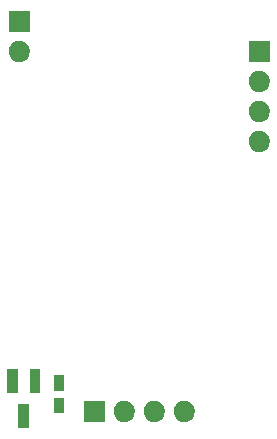
<source format=gts>
G04 #@! TF.GenerationSoftware,KiCad,Pcbnew,5.1.5-52549c5~84~ubuntu18.04.1*
G04 #@! TF.CreationDate,2020-02-14T16:30:54+05:30*
G04 #@! TF.ProjectId,SenseEle_GPS_adapter,53656e73-6545-46c6-955f-4750535f6164,rev?*
G04 #@! TF.SameCoordinates,Original*
G04 #@! TF.FileFunction,Soldermask,Top*
G04 #@! TF.FilePolarity,Negative*
%FSLAX46Y46*%
G04 Gerber Fmt 4.6, Leading zero omitted, Abs format (unit mm)*
G04 Created by KiCad (PCBNEW 5.1.5-52549c5~84~ubuntu18.04.1) date 2020-02-14 16:30:54*
%MOMM*%
%LPD*%
G04 APERTURE LIST*
%ADD10C,0.100000*%
G04 APERTURE END LIST*
D10*
G36*
X141801000Y-115701000D02*
G01*
X140899000Y-115701000D01*
X140899000Y-113699000D01*
X141801000Y-113699000D01*
X141801000Y-115701000D01*
G37*
G36*
X155053512Y-113403927D02*
G01*
X155202812Y-113433624D01*
X155366784Y-113501544D01*
X155514354Y-113600147D01*
X155639853Y-113725646D01*
X155738456Y-113873216D01*
X155806376Y-114037188D01*
X155841000Y-114211259D01*
X155841000Y-114388741D01*
X155806376Y-114562812D01*
X155738456Y-114726784D01*
X155639853Y-114874354D01*
X155514354Y-114999853D01*
X155366784Y-115098456D01*
X155202812Y-115166376D01*
X155053512Y-115196073D01*
X155028742Y-115201000D01*
X154851258Y-115201000D01*
X154826488Y-115196073D01*
X154677188Y-115166376D01*
X154513216Y-115098456D01*
X154365646Y-114999853D01*
X154240147Y-114874354D01*
X154141544Y-114726784D01*
X154073624Y-114562812D01*
X154039000Y-114388741D01*
X154039000Y-114211259D01*
X154073624Y-114037188D01*
X154141544Y-113873216D01*
X154240147Y-113725646D01*
X154365646Y-113600147D01*
X154513216Y-113501544D01*
X154677188Y-113433624D01*
X154826488Y-113403927D01*
X154851258Y-113399000D01*
X155028742Y-113399000D01*
X155053512Y-113403927D01*
G37*
G36*
X152513512Y-113403927D02*
G01*
X152662812Y-113433624D01*
X152826784Y-113501544D01*
X152974354Y-113600147D01*
X153099853Y-113725646D01*
X153198456Y-113873216D01*
X153266376Y-114037188D01*
X153301000Y-114211259D01*
X153301000Y-114388741D01*
X153266376Y-114562812D01*
X153198456Y-114726784D01*
X153099853Y-114874354D01*
X152974354Y-114999853D01*
X152826784Y-115098456D01*
X152662812Y-115166376D01*
X152513512Y-115196073D01*
X152488742Y-115201000D01*
X152311258Y-115201000D01*
X152286488Y-115196073D01*
X152137188Y-115166376D01*
X151973216Y-115098456D01*
X151825646Y-114999853D01*
X151700147Y-114874354D01*
X151601544Y-114726784D01*
X151533624Y-114562812D01*
X151499000Y-114388741D01*
X151499000Y-114211259D01*
X151533624Y-114037188D01*
X151601544Y-113873216D01*
X151700147Y-113725646D01*
X151825646Y-113600147D01*
X151973216Y-113501544D01*
X152137188Y-113433624D01*
X152286488Y-113403927D01*
X152311258Y-113399000D01*
X152488742Y-113399000D01*
X152513512Y-113403927D01*
G37*
G36*
X149973512Y-113403927D02*
G01*
X150122812Y-113433624D01*
X150286784Y-113501544D01*
X150434354Y-113600147D01*
X150559853Y-113725646D01*
X150658456Y-113873216D01*
X150726376Y-114037188D01*
X150761000Y-114211259D01*
X150761000Y-114388741D01*
X150726376Y-114562812D01*
X150658456Y-114726784D01*
X150559853Y-114874354D01*
X150434354Y-114999853D01*
X150286784Y-115098456D01*
X150122812Y-115166376D01*
X149973512Y-115196073D01*
X149948742Y-115201000D01*
X149771258Y-115201000D01*
X149746488Y-115196073D01*
X149597188Y-115166376D01*
X149433216Y-115098456D01*
X149285646Y-114999853D01*
X149160147Y-114874354D01*
X149061544Y-114726784D01*
X148993624Y-114562812D01*
X148959000Y-114388741D01*
X148959000Y-114211259D01*
X148993624Y-114037188D01*
X149061544Y-113873216D01*
X149160147Y-113725646D01*
X149285646Y-113600147D01*
X149433216Y-113501544D01*
X149597188Y-113433624D01*
X149746488Y-113403927D01*
X149771258Y-113399000D01*
X149948742Y-113399000D01*
X149973512Y-113403927D01*
G37*
G36*
X148221000Y-115201000D02*
G01*
X146419000Y-115201000D01*
X146419000Y-113399000D01*
X148221000Y-113399000D01*
X148221000Y-115201000D01*
G37*
G36*
X144726000Y-114451000D02*
G01*
X143874000Y-114451000D01*
X143874000Y-113149000D01*
X144726000Y-113149000D01*
X144726000Y-114451000D01*
G37*
G36*
X142751000Y-112701000D02*
G01*
X141849000Y-112701000D01*
X141849000Y-110699000D01*
X142751000Y-110699000D01*
X142751000Y-112701000D01*
G37*
G36*
X140851000Y-112701000D02*
G01*
X139949000Y-112701000D01*
X139949000Y-110699000D01*
X140851000Y-110699000D01*
X140851000Y-112701000D01*
G37*
G36*
X144726000Y-112551000D02*
G01*
X143874000Y-112551000D01*
X143874000Y-111249000D01*
X144726000Y-111249000D01*
X144726000Y-112551000D01*
G37*
G36*
X161403512Y-90543927D02*
G01*
X161552812Y-90573624D01*
X161716784Y-90641544D01*
X161864354Y-90740147D01*
X161989853Y-90865646D01*
X162088456Y-91013216D01*
X162156376Y-91177188D01*
X162191000Y-91351259D01*
X162191000Y-91528741D01*
X162156376Y-91702812D01*
X162088456Y-91866784D01*
X161989853Y-92014354D01*
X161864354Y-92139853D01*
X161716784Y-92238456D01*
X161552812Y-92306376D01*
X161403512Y-92336073D01*
X161378742Y-92341000D01*
X161201258Y-92341000D01*
X161176488Y-92336073D01*
X161027188Y-92306376D01*
X160863216Y-92238456D01*
X160715646Y-92139853D01*
X160590147Y-92014354D01*
X160491544Y-91866784D01*
X160423624Y-91702812D01*
X160389000Y-91528741D01*
X160389000Y-91351259D01*
X160423624Y-91177188D01*
X160491544Y-91013216D01*
X160590147Y-90865646D01*
X160715646Y-90740147D01*
X160863216Y-90641544D01*
X161027188Y-90573624D01*
X161176488Y-90543927D01*
X161201258Y-90539000D01*
X161378742Y-90539000D01*
X161403512Y-90543927D01*
G37*
G36*
X161403512Y-88003927D02*
G01*
X161552812Y-88033624D01*
X161716784Y-88101544D01*
X161864354Y-88200147D01*
X161989853Y-88325646D01*
X162088456Y-88473216D01*
X162156376Y-88637188D01*
X162191000Y-88811259D01*
X162191000Y-88988741D01*
X162156376Y-89162812D01*
X162088456Y-89326784D01*
X161989853Y-89474354D01*
X161864354Y-89599853D01*
X161716784Y-89698456D01*
X161552812Y-89766376D01*
X161403512Y-89796073D01*
X161378742Y-89801000D01*
X161201258Y-89801000D01*
X161176488Y-89796073D01*
X161027188Y-89766376D01*
X160863216Y-89698456D01*
X160715646Y-89599853D01*
X160590147Y-89474354D01*
X160491544Y-89326784D01*
X160423624Y-89162812D01*
X160389000Y-88988741D01*
X160389000Y-88811259D01*
X160423624Y-88637188D01*
X160491544Y-88473216D01*
X160590147Y-88325646D01*
X160715646Y-88200147D01*
X160863216Y-88101544D01*
X161027188Y-88033624D01*
X161176488Y-88003927D01*
X161201258Y-87999000D01*
X161378742Y-87999000D01*
X161403512Y-88003927D01*
G37*
G36*
X161403512Y-85463927D02*
G01*
X161552812Y-85493624D01*
X161716784Y-85561544D01*
X161864354Y-85660147D01*
X161989853Y-85785646D01*
X162088456Y-85933216D01*
X162156376Y-86097188D01*
X162191000Y-86271259D01*
X162191000Y-86448741D01*
X162156376Y-86622812D01*
X162088456Y-86786784D01*
X161989853Y-86934354D01*
X161864354Y-87059853D01*
X161716784Y-87158456D01*
X161552812Y-87226376D01*
X161403512Y-87256073D01*
X161378742Y-87261000D01*
X161201258Y-87261000D01*
X161176488Y-87256073D01*
X161027188Y-87226376D01*
X160863216Y-87158456D01*
X160715646Y-87059853D01*
X160590147Y-86934354D01*
X160491544Y-86786784D01*
X160423624Y-86622812D01*
X160389000Y-86448741D01*
X160389000Y-86271259D01*
X160423624Y-86097188D01*
X160491544Y-85933216D01*
X160590147Y-85785646D01*
X160715646Y-85660147D01*
X160863216Y-85561544D01*
X161027188Y-85493624D01*
X161176488Y-85463927D01*
X161201258Y-85459000D01*
X161378742Y-85459000D01*
X161403512Y-85463927D01*
G37*
G36*
X162191000Y-84721000D02*
G01*
X160389000Y-84721000D01*
X160389000Y-82919000D01*
X162191000Y-82919000D01*
X162191000Y-84721000D01*
G37*
G36*
X141083512Y-82923927D02*
G01*
X141232812Y-82953624D01*
X141396784Y-83021544D01*
X141544354Y-83120147D01*
X141669853Y-83245646D01*
X141768456Y-83393216D01*
X141836376Y-83557188D01*
X141871000Y-83731259D01*
X141871000Y-83908741D01*
X141836376Y-84082812D01*
X141768456Y-84246784D01*
X141669853Y-84394354D01*
X141544354Y-84519853D01*
X141396784Y-84618456D01*
X141232812Y-84686376D01*
X141083512Y-84716073D01*
X141058742Y-84721000D01*
X140881258Y-84721000D01*
X140856488Y-84716073D01*
X140707188Y-84686376D01*
X140543216Y-84618456D01*
X140395646Y-84519853D01*
X140270147Y-84394354D01*
X140171544Y-84246784D01*
X140103624Y-84082812D01*
X140069000Y-83908741D01*
X140069000Y-83731259D01*
X140103624Y-83557188D01*
X140171544Y-83393216D01*
X140270147Y-83245646D01*
X140395646Y-83120147D01*
X140543216Y-83021544D01*
X140707188Y-82953624D01*
X140856488Y-82923927D01*
X140881258Y-82919000D01*
X141058742Y-82919000D01*
X141083512Y-82923927D01*
G37*
G36*
X141871000Y-82181000D02*
G01*
X140069000Y-82181000D01*
X140069000Y-80379000D01*
X141871000Y-80379000D01*
X141871000Y-82181000D01*
G37*
M02*

</source>
